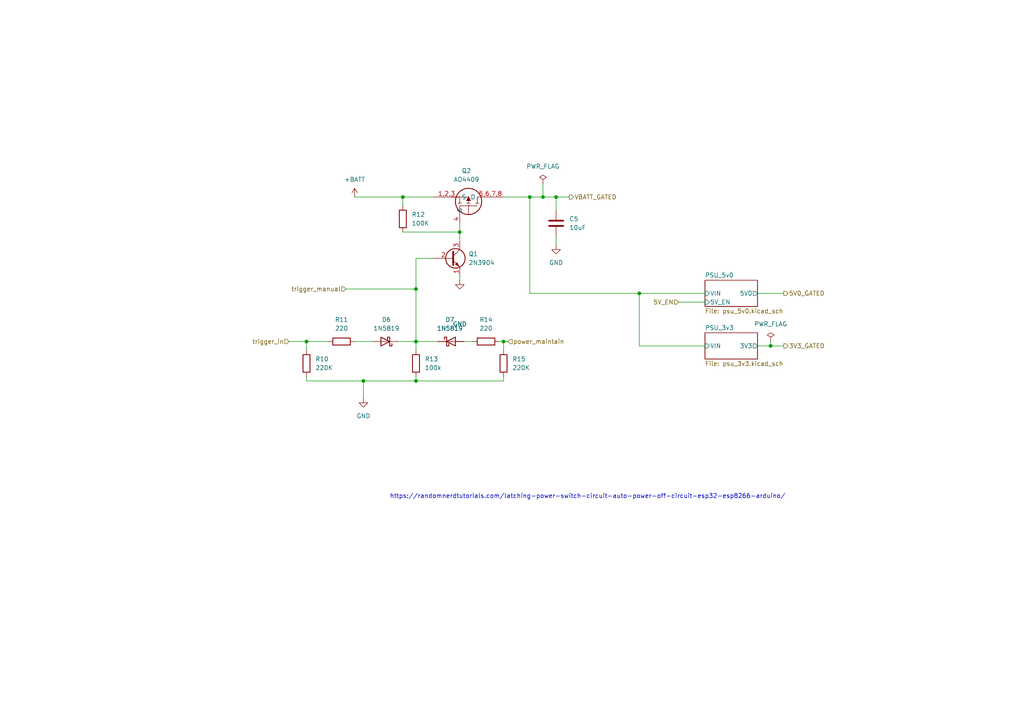
<source format=kicad_sch>
(kicad_sch (version 20211123) (generator eeschema)
  (paper "A4")
  (lib_symbols
    (symbol "Custom_Components:AO4409"
      (property "Reference" "Q" (at 2.54 2.54 0))
      (property "Value" "AO4409" (at 6.35 0 0))
      (symbol "AO4409_0_1"
        (circle (center -1.27 0) (radius 3.81) (stroke (width 0.254)))
        (polyline (pts (xy -2.286 0) (xy -5.08 0)))
        (polyline (pts (xy -1.778 -3.048) (xy -1.778 -2.032)) (stroke (width 0.1524)))
        (polyline (pts (xy -1.778 -2.54) (xy 0 -2.54)) (stroke (width 0.1524)))
        (polyline (pts (xy -1.778 -0.508) (xy -1.778 0.508)) (stroke (width 0.1524)))
        (polyline (pts (xy -1.778 3.048) (xy -1.778 2.032)) (stroke (width 0.1524)))
        (polyline (pts (xy 0 0) (xy -1.778 0)) (stroke (width 0.1524)))
        (polyline (pts (xy 0 0) (xy 0 -5.08)) (stroke (width 0.1524)))
        (polyline (pts (xy 0 2.54) (xy -1.778 2.54)) (stroke (width 0.1524)))
        (polyline (pts (xy -5.08 -2.54) (xy -2.54 -2.54) (xy -2.54 2.54)) (stroke (width 0.1524)))
        (polyline (pts (xy 0 0) (xy -1.016 0.508) (xy -1.016 -0.508) (xy 0 0)) (stroke (width 0.254)) (fill (type outline)))
      )
      (symbol "AO4409_1_1"
        (pin passive line (at 0 -10.16 90) (length 7.62) (name "S") (number "1,2,3"))
        (pin input line (at -7.62 -2.54 0) (length 2.54) (name "G") (number "4"))
        (pin passive line (at 0 10.16 270) (length 7.62) (name "D") (number "5,6,7,8"))
      )
    )
    (symbol "Device:C" (pin_numbers hide) (pin_names (offset 0.254))
      (property "Reference" "C" (at 0.635 2.54 0))
      (property "Value" "C" (at 0.635 -2.54 0))
      (symbol "C_0_1"
        (polyline (pts (xy -2.032 -0.762) (xy 2.032 -0.762)) (stroke (width 0.508)))
        (polyline (pts (xy -2.032 0.762) (xy 2.032 0.762)) (stroke (width 0.508)))
      )
      (symbol "C_1_1"
        (pin passive line (at 0 3.81 270) (length 2.794) (name "~") (number "1"))
        (pin passive line (at 0 -3.81 90) (length 2.794) (name "~") (number "2"))
      )
    )
    (symbol "Device:R" (pin_numbers hide) (pin_names (offset 0))
      (property "Reference" "R" (at 2.032 0 90))
      (property "Value" "R" (at 0 0 90))
      (symbol "R_0_1"
        (rectangle (start -1.016 -2.54) (end 1.016 2.54) (stroke (width 0.254)))
      )
      (symbol "R_1_1"
        (pin passive line (at 0 3.81 270) (length 1.27) (name "~") (number "1"))
        (pin passive line (at 0 -3.81 90) (length 1.27) (name "~") (number "2"))
      )
    )
    (symbol "Diode:1N5819" (pin_numbers hide) (pin_names (offset 1.016) hide)
      (property "Reference" "D" (at 0 2.54 0))
      (property "Value" "1N5819" (at 0 -2.54 0))
      (symbol "1N5819_0_1"
        (polyline (pts (xy 1.27 0) (xy -1.27 0)))
        (polyline (pts (xy 1.27 1.27) (xy 1.27 -1.27) (xy -1.27 0) (xy 1.27 1.27)) (stroke (width 0.254)))
        (polyline (pts (xy -1.905 0.635) (xy -1.905 1.27) (xy -1.27 1.27) (xy -1.27 -1.27) (xy -0.635 -1.27) (xy -0.635 -0.635)) (stroke (width 0.254)))
      )
      (symbol "1N5819_1_1"
        (pin passive line (at -3.81 0 0) (length 2.54) (name "K") (number "1"))
        (pin passive line (at 3.81 0 180) (length 2.54) (name "A") (number "2"))
      )
    )
    (symbol "Transistor_BJT:2N3904" (pin_names (offset 0) hide)
      (property "Reference" "Q" (at 5.08 1.905 0))
      (property "Value" "2N3904" (at 5.08 0 0))
      (symbol "2N3904_0_1"
        (polyline (pts (xy 0.635 0.635) (xy 2.54 2.54)))
        (polyline (pts (xy 0.635 -0.635) (xy 2.54 -2.54) (xy 2.54 -2.54)))
        (polyline (pts (xy 0.635 1.905) (xy 0.635 -1.905) (xy 0.635 -1.905)) (stroke (width 0.508)))
        (polyline (pts (xy 1.27 -1.778) (xy 1.778 -1.27) (xy 2.286 -2.286) (xy 1.27 -1.778) (xy 1.27 -1.778)) (fill (type outline)))
        (circle (center 1.27 0) (radius 2.8194) (stroke (width 0.254)))
      )
      (symbol "2N3904_1_1"
        (pin passive line (at 2.54 -5.08 90) (length 2.54) (name "E") (number "1"))
        (pin passive line (at -5.08 0 0) (length 5.715) (name "B") (number "2"))
        (pin passive line (at 2.54 5.08 270) (length 2.54) (name "C") (number "3"))
      )
    )
    (symbol "power:+BATT" (power) (pin_names (offset 0))
      (property "Value" "+BATT" (at 0 3.556 0))
      (symbol "+BATT_0_1"
        (polyline (pts (xy -0.762 1.27) (xy 0 2.54)))
        (polyline (pts (xy 0 0) (xy 0 2.54)))
        (polyline (pts (xy 0 2.54) (xy 0.762 1.27)))
      )
      (symbol "+BATT_1_1"
        (pin power_in line (at 0 0 90) (length 0) hide (name "+BATT") (number "1"))
      )
    )
    (symbol "power:GND" (power) (pin_names (offset 0))
      (property "Value" "GND" (at 0 -3.81 0))
      (symbol "GND_0_1"
        (polyline (pts (xy 0 0) (xy 0 -1.27) (xy 1.27 -1.27) (xy 0 -2.54) (xy -1.27 -1.27) (xy 0 -1.27)))
      )
      (symbol "GND_1_1"
        (pin power_in line (at 0 0 270) (length 0) hide (name "GND") (number "1"))
      )
    )
    (symbol "power:PWR_FLAG" (power) (pin_numbers hide) (pin_names (offset 0) hide)
      (property "Value" "PWR_FLAG" (at 0 3.81 0))
      (symbol "PWR_FLAG_0_0"
        (pin power_out line (at 0 0 90) (length 0) (name "pwr") (number "1"))
      )
      (symbol "PWR_FLAG_0_1"
        (polyline (pts (xy 0 0) (xy 0 1.27) (xy -1.016 1.905) (xy 0 2.54) (xy 1.016 1.905) (xy 0 1.27)))
      )
    )
  )
  (junction (at 185.42 85.09))
  (junction (at 120.65 83.82))
  (junction (at 223.52 100.33))
  (junction (at 88.9 99.06))
  (junction (at 105.41 110.49))
  (junction (at 146.05 99.06))
  (junction (at 116.84 57.15))
  (junction (at 161.29 57.15))
  (junction (at 157.48 57.15))
  (junction (at 120.65 99.06))
  (junction (at 153.67 57.15))
  (junction (at 120.65 110.49))
  (junction (at 133.35 67.31))
  (wire (pts (xy 153.67 57.15) (xy 157.48 57.15)))
  (wire (pts (xy 88.9 99.06) (xy 95.25 99.06)))
  (wire (pts (xy 157.48 53.34) (xy 157.48 57.15)))
  (wire (pts (xy 120.65 74.93) (xy 120.65 83.82)))
  (wire (pts (xy 133.35 69.85) (xy 133.35 67.31)))
  (wire (pts (xy 147.32 99.06) (xy 146.05 99.06)))
  (wire (pts (xy 157.48 57.15) (xy 161.29 57.15)))
  (wire (pts (xy 120.65 110.49) (xy 146.05 110.49)))
  (wire (pts (xy 223.52 99.06) (xy 223.52 100.33)))
  (wire (pts (xy 146.05 99.06) (xy 144.78 99.06)))
  (wire (pts (xy 161.29 57.15) (xy 165.1 57.15)))
  (wire (pts (xy 153.67 57.15) (xy 153.67 85.09)))
  (wire (pts (xy 116.84 57.15) (xy 125.73 57.15)))
  (wire (pts (xy 137.16 99.06) (xy 134.62 99.06)))
  (wire (pts (xy 88.9 101.6) (xy 88.9 99.06)))
  (wire (pts (xy 116.84 59.69) (xy 116.84 57.15)))
  (wire (pts (xy 105.41 110.49) (xy 105.41 115.57)))
  (wire (pts (xy 219.71 100.33) (xy 223.52 100.33)))
  (wire (pts (xy 102.87 57.15) (xy 116.84 57.15)))
  (wire (pts (xy 146.05 110.49) (xy 146.05 109.22)))
  (wire (pts (xy 223.52 100.33) (xy 227.33 100.33)))
  (wire (pts (xy 185.42 85.09) (xy 204.47 85.09)))
  (wire (pts (xy 133.35 64.77) (xy 133.35 67.31)))
  (wire (pts (xy 120.65 101.6) (xy 120.65 99.06)))
  (wire (pts (xy 120.65 83.82) (xy 120.65 99.06)))
  (wire (pts (xy 88.9 110.49) (xy 105.41 110.49)))
  (wire (pts (xy 185.42 100.33) (xy 185.42 85.09)))
  (wire (pts (xy 133.35 81.28) (xy 133.35 80.01)))
  (wire (pts (xy 153.67 85.09) (xy 185.42 85.09)))
  (wire (pts (xy 116.84 67.31) (xy 133.35 67.31)))
  (wire (pts (xy 120.65 99.06) (xy 115.57 99.06)))
  (wire (pts (xy 105.41 110.49) (xy 120.65 110.49)))
  (wire (pts (xy 100.33 83.82) (xy 120.65 83.82)))
  (wire (pts (xy 161.29 71.12) (xy 161.29 68.58)))
  (wire (pts (xy 146.05 57.15) (xy 153.67 57.15)))
  (wire (pts (xy 120.65 99.06) (xy 127 99.06)))
  (wire (pts (xy 83.82 99.06) (xy 88.9 99.06)))
  (wire (pts (xy 196.85 87.63) (xy 204.47 87.63)))
  (wire (pts (xy 219.71 85.09) (xy 227.33 85.09)))
  (wire (pts (xy 102.87 99.06) (xy 107.95 99.06)))
  (wire (pts (xy 88.9 110.49) (xy 88.9 109.22)))
  (wire (pts (xy 125.73 74.93) (xy 120.65 74.93)))
  (wire (pts (xy 204.47 100.33) (xy 185.42 100.33)))
  (wire (pts (xy 146.05 101.6) (xy 146.05 99.06)))
  (wire (pts (xy 161.29 60.96) (xy 161.29 57.15)))
  (wire (pts (xy 120.65 110.49) (xy 120.65 109.22)))
  (text "https://randomnerdtutorials.com/latching-power-switch-circuit-auto-power-off-circuit-esp32-esp8266-arduino/" (at 113.03 144.78 0) (effects (font (size 1.27 1.27)) (justify left bottom)))
  (hierarchical_label "5V_EN" (shape input) (at 196.85 87.63 180))
  (hierarchical_label "5V0_GATED" (shape output) (at 227.33 85.09 0))
  (hierarchical_label "3V3_GATED" (shape output) (at 227.33 100.33 0))
  (hierarchical_label "power_maintain" (shape input) (at 147.32 99.06 0))
  (hierarchical_label "trigger_manual" (shape input) (at 100.33 83.82 180))
  (hierarchical_label "trigger_in" (shape input) (at 83.82 99.06 180))
  (hierarchical_label "VBATT_GATED" (shape output) (at 165.1 57.15 0))
  (symbol (lib_id "Device:R") (at 99.06 99.06 90) (unit 1)
    (property "Reference" "R11" (at 99.06 92.71 90))
    (property "Value" "220" (at 99.06 95.25 90))
    (property "Footprint" "Resistor_SMD:R_1206_3216Metric" (effects hide))
  )
  (symbol (lib_id "Diode:1N5819") (at 130.81 99.06 0) (unit 1)
    (property "Reference" "D7" (at 130.4925 92.71 0))
    (property "Value" "1N5819" (at 130.4925 95.25 0))
    (property "Footprint" "Diode_SMD:D_SMA" (effects hide))
    (property "Datasheet" "http://www.vishay.com/docs/88525/1n5817.pdf" (effects hide))
  )
  (symbol (lib_id "Device:R") (at 116.84 63.5 0) (unit 1)
    (property "Reference" "R12" (at 119.38 62.2299 0) (effects (justify left)))
    (property "Value" "100K" (at 119.38 64.7699 0) (effects (justify left)))
    (property "Footprint" "Resistor_SMD:R_1206_3216Metric" (effects hide))
  )
  (symbol (lib_id "Device:R") (at 140.97 99.06 90) (unit 1)
    (property "Reference" "R14" (at 140.97 92.71 90))
    (property "Value" "220" (at 140.97 95.25 90))
    (property "Footprint" "Resistor_SMD:R_1206_3216Metric" (effects hide))
  )
  (symbol (lib_id "power:PWR_FLAG") (at 157.48 53.34 0) (unit 1)
    (property "Reference" "#FLG03" (effects hide))
    (property "Value" "PWR_FLAG" (at 157.48 48.26 0))
  )
  (symbol (lib_id "Device:R") (at 120.65 105.41 0) (unit 1)
    (property "Reference" "R13" (at 123.19 104.1399 0) (effects (justify left)))
    (property "Value" "100k" (at 123.19 106.6799 0) (effects (justify left)))
    (property "Footprint" "Resistor_SMD:R_1206_3216Metric" (effects hide))
  )
  (symbol (lib_id "Transistor_BJT:2N3904") (at 130.81 74.93 0) (unit 1)
    (property "Reference" "Q1" (at 135.89 73.6599 0) (effects (justify left)))
    (property "Value" "2N3904" (at 135.89 76.1999 0) (effects (justify left)))
    (property "Footprint" "Package_TO_SOT_SMD:SOT-23" (effects hide))
    (property "Datasheet" "https://www.onsemi.com/pub/Collateral/2N3903-D.PDF" (effects hide))
  )
  (symbol (lib_id "power:+BATT") (at 102.87 57.15 0) (unit 1)
    (property "Reference" "#PWR033" (effects hide))
    (property "Value" "+BATT" (at 102.87 52.07 0))
  )
  (symbol (lib_id "power:GND") (at 133.35 81.28 0) (unit 1)
    (property "Reference" "#PWR035" (effects hide))
    (property "Value" "GND" (at 133.35 93.98 0))
  )
  (symbol (lib_id "power:GND") (at 105.41 115.57 0) (unit 1)
    (property "Reference" "#PWR034" (effects hide))
    (property "Value" "GND" (at 105.41 120.65 0))
  )
  (symbol (lib_id "Diode:1N5819") (at 111.76 99.06 180) (unit 1)
    (property "Reference" "D6" (at 112.0775 92.71 0))
    (property "Value" "1N5819" (at 112.0775 95.25 0))
    (property "Footprint" "Diode_SMD:D_SMA" (effects hide))
    (property "Datasheet" "http://www.vishay.com/docs/88525/1n5817.pdf" (effects hide))
  )
  (symbol (lib_id "Device:C") (at 161.29 64.77 0) (unit 1)
    (property "Reference" "C5" (at 165.1 63.4999 0) (effects (justify left)))
    (property "Value" "10uF" (at 165.1 66.0399 0) (effects (justify left)))
    (property "Footprint" "Capacitor_SMD:C_0805_2012Metric" (effects hide))
  )
  (symbol (lib_id "Device:R") (at 88.9 105.41 0) (unit 1)
    (property "Reference" "R10" (at 91.44 104.1399 0) (effects (justify left)))
    (property "Value" "220K" (at 91.44 106.6799 0) (effects (justify left)))
    (property "Footprint" "Resistor_SMD:R_1206_3216Metric" (effects hide))
  )
  (symbol (lib_id "power:GND") (at 161.29 71.12 0) (unit 1)
    (property "Reference" "#PWR036" (effects hide))
    (property "Value" "GND" (at 161.29 76.2 0))
  )
  (symbol (lib_id "Device:R") (at 146.05 105.41 0) (unit 1)
    (property "Reference" "R15" (at 148.59 104.1399 0) (effects (justify left)))
    (property "Value" "220K" (at 148.59 106.6799 0) (effects (justify left)))
    (property "Footprint" "Resistor_SMD:R_1206_3216Metric" (effects hide))
  )
  (symbol (lib_id "power:PWR_FLAG") (at 223.52 99.06 0) (unit 1)
    (property "Reference" "#FLG0102" (effects hide))
    (property "Value" "PWR_FLAG" (at 223.52 93.98 0))
  )
  (symbol (lib_id "Custom_Components:AO4409") (at 135.89 57.15 270) (mirror x) (unit 1)
    (property "Reference" "Q2" (at 135.2804 49.53 90))
    (property "Value" "AO4409" (at 135.2804 52.07 90))
    (property "Footprint" "Package_SO:SOIC-8_3.9x4.9mm_P1.27mm" (effects hide))
    (property "Datasheet" "http://www.aosmd.com/pdfs/datasheet/AO4409.pdf" (effects hide))
  )
  (sheet (at 204.47 96.52) (size 15.24 7.62) (stroke (width 0.1524))
    (property "Sheet name" "PSU_3v3" (at 204.47 95.8084 0) (effects (justify left bottom)))
    (property "Sheet file" "psu_3v3.kicad_sch" (at 204.47 104.7246 0) (effects (justify left top)))
    (pin "3V3" output (at 219.71 100.33 0))
    (pin "VIN" input (at 204.47 100.33 180))
  )
  (sheet (at 204.47 81.28) (size 15.24 7.62) (stroke (width 0.1524))
    (property "Sheet name" "PSU_5v0" (at 204.47 80.5684 0) (effects (justify left bottom)))
    (property "Sheet file" "psu_5v0.kicad_sch" (at 204.47 89.4846 0) (effects (justify left top)))
    (pin "5V0" output (at 219.71 85.09 0))
    (pin "5V_EN" input (at 204.47 87.63 180))
    (pin "VIN" input (at 204.47 85.09 180))
  )
)
</source>
